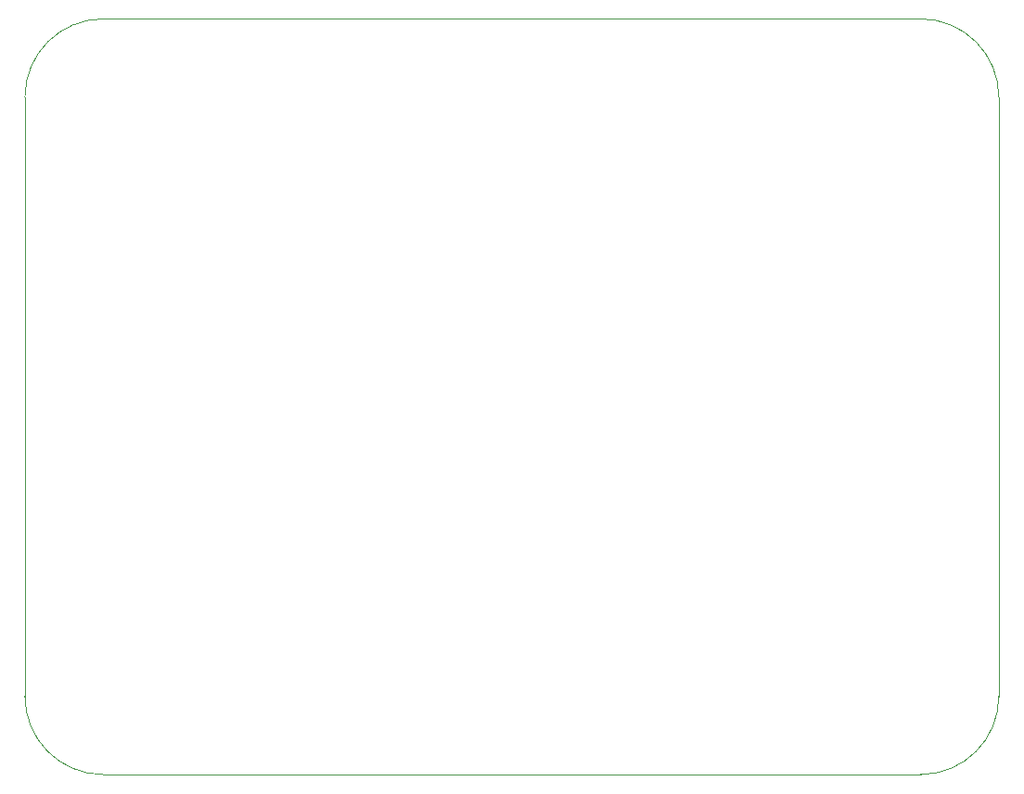
<source format=gbr>
%TF.GenerationSoftware,KiCad,Pcbnew,7.0.7*%
%TF.CreationDate,2023-11-03T00:22:49-05:00*%
%TF.ProjectId,STM32F030,53544d33-3246-4303-9330-2e6b69636164,rev?*%
%TF.SameCoordinates,Original*%
%TF.FileFunction,Profile,NP*%
%FSLAX46Y46*%
G04 Gerber Fmt 4.6, Leading zero omitted, Abs format (unit mm)*
G04 Created by KiCad (PCBNEW 7.0.7) date 2023-11-03 00:22:49*
%MOMM*%
%LPD*%
G01*
G04 APERTURE LIST*
%TA.AperFunction,Profile*%
%ADD10C,0.100000*%
%TD*%
G04 APERTURE END LIST*
D10*
X184150000Y-65881250D02*
G75*
G03*
X177006250Y-58737500I-7143800J-50D01*
G01*
X95250000Y-120650000D02*
G75*
G03*
X102393750Y-127793750I7143750J0D01*
G01*
X95250000Y-120650000D02*
X95250000Y-65881250D01*
X102393750Y-58737500D02*
X177006250Y-58737500D01*
X177006250Y-127793750D02*
X102393750Y-127793750D01*
X184150000Y-65881250D02*
X184150000Y-120650000D01*
X177006250Y-127793800D02*
G75*
G03*
X184150000Y-120650000I-50J7143800D01*
G01*
X102393750Y-58737500D02*
G75*
G03*
X95250000Y-65881250I0J-7143750D01*
G01*
M02*

</source>
